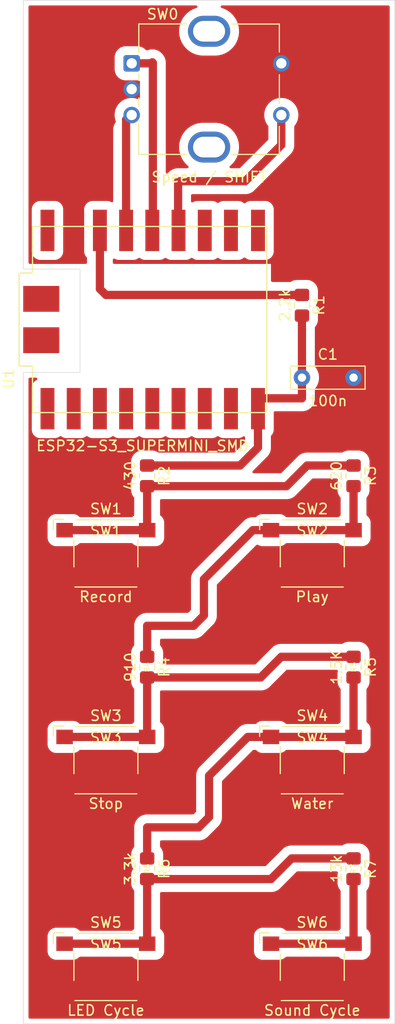
<source format=kicad_pcb>
(kicad_pcb (version 20241229) (generator "pcbnew") (generator_version "9.0")
  (layers (0 "F.Cu" signal) (2 "B.Cu" signal) (13 "F.Paste" user) (15 "B.Paste" user) (5 "F.SilkS" user "F.Silkscreen") (7 "B.SilkS" user "B.Silkscreen") (1 "F.Mask" user) (3 "B.Mask" user) (25 "Edge.Cuts" user))
  (net 0 "")
  (net 1 "GND")
  (net 2 "ADC_Buttons")
  (net 3 "+3V3")
  (net 4 "Net-(R2-Pad2)")
  (net 5 "Net-(R3-Pad2)")
  (net 6 "ENC_2")
  (net 7 "ENC_1")
  (net 8 "Net-(R4-Pad2)")
  (net 10 "Net-(R5-Pad2)")
  (net 22 "Net-(R6-Pad2)")
  (net 23 "Net-(R7-Pad2)")
  (net 26 "Net-(U1-GPIO11)")
  (footprint "Resistor_SMD:R_0805_2012Metric_Pad1.20x1.40mm_HandSolder" (layer "F.Cu") (at 87.5 104.5 -90)
    (property "Reference" "R5" (at 0 -1.65 90) (layer "F.SilkS"))
    (property "Value" "1.5K" (at 0 1.65 90) (layer "F.SilkS"))
    (fp_line (start -0.227064 0.735) (end 0.227064 0.735) (stroke (width 0.12)) (layer "F.SilkS"))
    (fp_line (start -0.227064 -0.735) (end 0.227064 -0.735) (stroke (width 0.12)) (layer "F.SilkS"))
    (fp_text user "${REFERENCE}" (at 0 0 90) (layer "F.SilkS") (effects (font (size 0.5 0.5) (thickness 0.08))))
    (pad "1" smd roundrect (at -1 0 270) (size 1.2 1.4) (layers "F.Cu" "F.Mask" "F.Paste") (roundrect_rratio 0.208333) (net 8 "Net-(R4-Pad2)"))
    (pad "2" smd roundrect (at 1 0 270) (size 1.2 1.4) (layers "F.Cu" "F.Mask" "F.Paste") (roundrect_rratio 0.208333) (net 10 "Net-(R5-Pad2)"))
  )
  (footprint "Resistor_SMD:R_0805_2012Metric_Pad1.20x1.40mm_HandSolder" (layer "F.Cu") (at 87.5 86 -90)
    (property "Reference" "R3" (at 0 -1.65 90) (layer "F.SilkS"))
    (property "Value" "620" (at 0 1.65 90) (layer "F.SilkS"))
    (fp_line (start -0.227064 0.735) (end 0.227064 0.735) (stroke (width 0.12)) (layer "F.SilkS"))
    (fp_line (start -0.227064 -0.735) (end 0.227064 -0.735) (stroke (width 0.12)) (layer "F.SilkS"))
    (pad "1" smd roundrect (at -1 0 270) (size 1.2 1.4) (layers "F.Cu" "F.Mask" "F.Paste") (roundrect_rratio 0.208333) (net 4 "Net-(R2-Pad2)"))
    (pad "2" smd roundrect (at 1 0 270) (size 1.2 1.4) (layers "F.Cu" "F.Mask" "F.Paste") (roundrect_rratio 0.208333) (net 5 "Net-(R3-Pad2)"))
  )
  (footprint "Resistor_SMD:R_0805_2012Metric_Pad1.20x1.40mm_HandSolder" (layer "F.Cu") (at 82.5 69.5 -90)
    (property "Reference" "R1" (at 0 -1.65 270) (layer "F.SilkS"))
    (property "Value" "2,2k" (at 0 1.65 270) (layer "F.SilkS"))
    (fp_line (start -0.227064 0.735) (end 0.227064 0.735) (stroke (width 0.12)) (layer "F.SilkS"))
    (fp_line (start -0.227064 -0.735) (end 0.227064 -0.735) (stroke (width 0.12)) (layer "F.SilkS"))
    (pad "1" smd roundrect (at -1 0 270) (size 1.2 1.4) (layers "F.Cu" "F.Mask" "F.Paste") (roundrect_rratio 0.208333) (net 3 "+3V3"))
    (pad "2" smd roundrect (at 1 0 270) (size 1.2 1.4) (layers "F.Cu" "F.Mask" "F.Paste") (roundrect_rratio 0.208333) (net 2 "ADC_Buttons"))
  )
  (footprint "Button_Switch_SMD:SW_SPST_Omron_B3FS-101xP" (layer "F.Cu") (at 63.5 113.5)
    (property "Reference" "SW3" (at 0 -4.3 0) (layer "F.SilkS"))
    (property "Value" "Stop" (at 0 4.2 0) (layer "F.SilkS"))
    (fp_line (start -5.1 -3.3) (end -4.1 -3.3) (stroke (width 0.12)) (layer "F.SilkS"))
    (fp_line (start -5.1 -2.3) (end -5.1 -3.3) (stroke (width 0.12)) (layer "F.SilkS"))
    (fp_line (start -3.1 -1.3) (end -3.1 1.3) (stroke (width 0.12)) (layer "F.SilkS"))
    (fp_line (start 2.9 -3.25) (end -2.9 -3.25) (stroke (width 0.12)) (layer "F.SilkS"))
    (fp_line (start 3 3.25) (end -3 3.25) (stroke (width 0.12)) (layer "F.SilkS"))
    (fp_line (start 3.1 -1.3) (end 3.1 1.3) (stroke (width 0.12)) (layer "F.SilkS"))
    (fp_text user "${REFERENCE}" (at 0 -2.2 0) (layer "F.SilkS"))
    (pad "1" smd rect (at -4 -2.25 180) (size 1.6 1.4) (layers "F.Cu" "F.Mask" "F.Paste") (net 8 "Net-(R4-Pad2)"))
    (pad "1" smd rect (at 4 -2.25 180) (size 1.6 1.4) (layers "F.Cu" "F.Mask" "F.Paste") (net 8 "Net-(R4-Pad2)"))
    (pad "2" smd rect (at -4 2.25 180) (size 1.6 1.4) (layers "F.Cu" "F.Mask" "F.Paste") (net 1 "GND"))
    (pad "2" smd rect (at 4 2.25 180) (size 1.6 1.4) (layers "F.Cu" "F.Mask" "F.Paste") (net 1 "GND"))
  )
  (footprint "ESP32-S3_SUPERMINI_SMD:MODULE_ESP32-S3_SUPERMINI_SMD" (layer "F.Cu") (at 67.74 70.88 90)
    (property "Reference" "U1" (at -5.715 -13.6525 90) (layer "F.SilkS"))
    (property "Value" "ESP32-S3_SUPERMINI_SMD" (at -12.22 -0.69 180) (layer "F.SilkS"))
    (fp_line (start 4.5 -12.65) (end -4.5 -12.65) (stroke (width 0.127)) (layer "F.SilkS"))
    (fp_line (start 4.5 -12.65) (end 4.5 -11.35) (stroke (width 0.127)) (layer "F.SilkS"))
    (fp_line (start -4.5 -12.65) (end -4.5 -11.35) (stroke (width 0.127)) (layer "F.SilkS"))
    (fp_line (start 9 -11.35) (end 4.5 -11.35) (stroke (width 0.127)) (layer "F.SilkS"))
    (fp_line (start -4.5 -11.35) (end -9 -11.35) (stroke (width 0.127)) (layer "F.SilkS"))
    (fp_line (start 9 11.35) (end 9 -11.35) (stroke (width 0.127)) (layer "F.SilkS"))
    (fp_line (start 9 11.35) (end -9 11.35) (stroke (width 0.127)) (layer "F.SilkS"))
    (fp_line (start -9 11.35) (end -9 -11.35) (stroke (width 0.127)) (layer "F.SilkS"))
    (pad "3.3V" smd rect (at 7.62 -4.82 90) (size 4 1.348) (drill (offset 1 0)) (layers "F.Cu" "F.Mask" "F.Paste") (net 3 "+3V3"))
    (pad "5V" smd rect (at 7.62 -9.9 90) (size 4 1.348) (drill (offset 1 0)) (layers "F.Cu" "F.Mask" "F.Paste"))
    (pad "B+" smd rect (at 2 -10.5 90) (size 2.5 3.5) (layers "F.Cu" "F.Mask" "F.Paste"))
    (pad "B-" smd rect (at -2 -10.5 90) (size 2.5 3.5) (layers "F.Cu" "F.Mask" "F.Paste"))
    (pad "GND" smd rect (at 7.62 -7.36 90) (size 4 1.348) (drill (offset 1 0)) (layers "F.Cu" "F.Mask" "F.Paste") (net 1 "GND"))
    (pad "GP1" smd rect (at -7.62 -4.82 90) (size 4 1.348) (drill (offset -1 0)) (layers "F.Cu" "F.Mask" "F.Paste"))
    (pad "GP2" smd rect (at -7.62 -2.28 90) (size 4 1.348) (drill (offset -1 0)) (layers "F.Cu" "F.Mask" "F.Paste"))
    (pad "GP3" smd rect (at -7.62 0.26 90) (size 4 1.348) (drill (offset -1 0)) (layers "F.Cu" "F.Mask" "F.Paste"))
    (pad "GP4" smd rect (at -7.62 2.8 90) (size 4 1.348) (drill (offset -1 0)) (layers "F.Cu" "F.Mask" "F.Paste"))
    (pad "GP5" smd rect (at -7.62 5.34 90) (size 4 1.348) (drill (offset -1 0)) (layers "F.Cu" "F.Mask" "F.Paste"))
    (pad "GP6" smd rect (at -7.62 7.88 90) (size 4 1.348) (drill (offset -1 0)) (layers "F.Cu" "F.Mask" "F.Paste"))
    (pad "GP7" smd rect (at -7.62 10.5 90) (size 4 1.348) (drill (offset -1 0)) (layers "F.Cu" "F.Mask" "F.Paste") (net 2 "ADC_Buttons"))
    (pad "GP8" smd rect (at 7.62 10.5 90) (size 4 1.348) (drill (offset 1 0)) (layers "F.Cu" "F.Mask" "F.Paste"))
    (pad "GP9" smd rect (at 7.62 7.88 90) (size 4 1.348) (drill (offset 1 0)) (layers "F.Cu" "F.Mask" "F.Paste"))
    (pad "GP10" smd rect (at 7.62 5.34 90) (size 4 1.348) (drill (offset 1 0)) (layers "F.Cu" "F.Mask" "F.Paste"))
    (pad "GP11" smd rect (at 7.62 2.8 90) (size 4 1.348) (drill (offset 1 0)) (layers "F.Cu" "F.Mask" "F.Paste") (net 26 "Net-(U1-GPIO11)"))
    (pad "GP12" smd rect (at 7.62 0.26 90) (size 4 1.348) (drill (offset 1 0)) (layers "F.Cu" "F.Mask" "F.Paste") (net 7 "ENC_1"))
    (pad "GP13" smd rect (at 7.62 -2.28 90) (size 4 1.348) (drill (offset 1 0)) (layers "F.Cu" "F.Mask" "F.Paste") (net 6 "ENC_2"))
    (pad "RX" smd rect (at -7.62 -7.36 90) (size 4 1.348) (drill (offset -1 0)) (layers "F.Cu" "F.Mask" "F.Paste"))
    (pad "TX" smd rect (at -7.62 -9.9 90) (size 4 1.348) (drill (offset -1 0)) (layers "F.Cu" "F.Mask" "F.Paste"))
  )
  (footprint "Button_Switch_SMD:SW_SPST_Omron_B3FS-101xP" (layer "F.Cu") (at 63.5 93.5)
    (property "Reference" "SW1" (at 0 -4.3 0) (layer "F.SilkS"))
    (property "Value" "Record" (at 0 4.2 0) (layer "F.SilkS"))
    (fp_line (start -5.1 -3.3) (end -4.1 -3.3) (stroke (width 0.12)) (layer "F.SilkS"))
    (fp_line (start -5.1 -2.3) (end -5.1 -3.3) (stroke (width 0.12)) (layer "F.SilkS"))
    (fp_line (start -3.1 -1.3) (end -3.1 1.3) (stroke (width 0.12)) (layer "F.SilkS"))
    (fp_line (start 2.9 -3.25) (end -2.9 -3.25) (stroke (width 0.12)) (layer "F.SilkS"))
    (fp_line (start 3 3.25) (end -3 3.25) (stroke (width 0.12)) (layer "F.SilkS"))
    (fp_line (start 3.1 -1.3) (end 3.1 1.3) (stroke (width 0.12)) (layer "F.SilkS"))
    (fp_text user "${REFERENCE}" (at 0 -2.2 0) (layer "F.SilkS"))
    (pad "1" smd rect (at -4 -2.25 180) (size 1.6 1.4) (layers "F.Cu" "F.Mask" "F.Paste") (net 4 "Net-(R2-Pad2)"))
    (pad "1" smd rect (at 4 -2.25 180) (size 1.6 1.4) (layers "F.Cu" "F.Mask" "F.Paste") (net 4 "Net-(R2-Pad2)"))
    (pad "2" smd rect (at -4 2.25 180) (size 1.6 1.4) (layers "F.Cu" "F.Mask" "F.Paste") (net 1 "GND"))
    (pad "2" smd rect (at 4 2.25 180) (size 1.6 1.4) (layers "F.Cu" "F.Mask" "F.Paste") (net 1 "GND"))
  )
  (footprint "Rotary_Encoder:RotaryEncoder_Bourns_Vertical_PEC12R-3x17F-Sxxxx" (layer "F.Cu") (at 66 46.1)
    (property "Reference" "SW0" (at 3 -4.75 0) (layer "F.SilkS"))
    (property "Value" "Speed / SHIFT" (at 7.5 11 0) (layer "F.SilkS"))
    (fp_line (start 0.69 -3.81) (end 5.3 -3.81) (stroke (width 0.12)) (layer "F.SilkS"))
    (fp_line (start 0.69 -1.05) (end 0.69 -3.81) (stroke (width 0.12)) (layer "F.SilkS"))
    (fp_line (start 0.69 1.05) (end 0.69 1.65) (stroke (width 0.12)) (layer "F.SilkS"))
    (fp_line (start 0.69 3.35) (end 0.69 4.15) (stroke (width 0.12)) (layer "F.SilkS"))
    (fp_line (start 0.69 5.85) (end 0.69 8.81) (stroke (width 0.12)) (layer "F.SilkS"))
    (fp_line (start 5.3 8.81) (end 0.69 8.81) (stroke (width 0.12)) (layer "F.SilkS"))
    (fp_line (start 9.7 -3.8) (end 14.31 -3.8) (stroke (width 0.12)) (layer "F.SilkS"))
    (fp_line (start 14.31 -3.8) (end 14.31 -1.1) (stroke (width 0.12)) (layer "F.SilkS"))
    (fp_line (start 14.31 1.1) (end 14.31 3.9) (stroke (width 0.12)) (layer "F.SilkS"))
    (fp_line (start 14.31 6.1) (end 14.31 8.81) (stroke (width 0.12)) (layer "F.SilkS"))
    (fp_line (start 14.31 8.81) (end 9.7 8.81) (stroke (width 0.12)) (layer "F.SilkS"))
    (pad "A" thru_hole roundrect (at 0 0) (size 1.6 1.6) (drill 1) (layers "*.Cu" "*.Mask") (roundrect_rratio 0.15625) (net 7 "ENC_1"))
    (pad "B" thru_hole circle (at 0 5) (size 1.6 1.6) (drill 1) (layers "*.Cu" "*.Mask") (net 6 "ENC_2"))
    (pad "C" thru_hole circle (at 0 2.5) (size 1.6 1.6) (drill 1) (layers "*.Cu" "*.Mask") (net 1 "GND"))
    (pad "S1" thru_hole circle (at 14.5 0) (size 1.6 1.6) (drill 1) (layers "*.Cu" "*.Mask") (net 1 "GND"))
    (pad "S2" thru_hole circle (at 14.5 5) (size 1.6 1.6) (drill 1) (layers "*.Cu" "*.Mask") (net 26 "Net-(U1-GPIO11)"))
    (pad "SH" thru_hole oval (at 7.5 -3.1) (size 4.1 3) (drill oval 3.1 2) (layers "*.Cu" "*.Mask"))
    (pad "SH" thru_hole oval (at 7.5 8.1) (size 4.1 3) (drill oval 3.1 2) (layers "*.Cu" "*.Mask"))
  )
  (footprint "Capacitor_THT:C_Rect_L7.0mm_W2.0mm_P5.00mm" (layer "F.Cu") (at 82.5 76.5)
    (property "Reference" "C1" (at 2.5 -2.25 0) (layer "F.SilkS"))
    (property "Value" "100n" (at 2.5 2.25 0) (layer "F.SilkS"))
    (fp_line (start -1.12 -1.12) (end -1.12 1.12) (stroke (width 0.12)) (layer "F.SilkS"))
    (fp_line (start -1.12 -1.12) (end 6.12 -1.12) (stroke (width 0.12)) (layer "F.SilkS"))
    (fp_line (start -1.12 1.12) (end 6.12 1.12) (stroke (width 0.12)) (layer "F.SilkS"))
    (fp_line (start 6.12 -1.12) (end 6.12 1.12) (stroke (width 0.12)) (layer "F.SilkS"))
    (pad "1" thru_hole circle (at 0 0) (size 1.6 1.6) (drill 0.8) (layers "*.Cu" "*.Mask") (net 2 "ADC_Buttons"))
    (pad "2" thru_hole circle (at 5 0) (size 1.6 1.6) (drill 0.8) (layers "*.Cu" "*.Mask") (net 1 "GND"))
  )
  (footprint "Button_Switch_SMD:SW_SPST_Omron_B3FS-101xP" (layer "F.Cu") (at 83.5 93.5)
    (property "Reference" "SW2" (at 0 -4.3 0) (layer "F.SilkS"))
    (property "Value" "Play" (at 0 4.2 0) (layer "F.SilkS"))
    (fp_line (start -5.1 -3.3) (end -4.1 -3.3) (stroke (width 0.12)) (layer "F.SilkS"))
    (fp_line (start -5.1 -2.3) (end -5.1 -3.3) (stroke (width 0.12)) (layer "F.SilkS"))
    (fp_line (start -3.1 -1.3) (end -3.1 1.3) (stroke (width 0.12)) (layer "F.SilkS"))
    (fp_line (start 2.9 -3.25) (end -2.9 -3.25) (stroke (width 0.12)) (layer "F.SilkS"))
    (fp_line (start 3 3.25) (end -3 3.25) (stroke (width 0.12)) (layer "F.SilkS"))
    (fp_line (start 3.1 -1.3) (end 3.1 1.3) (stroke (width 0.12)) (layer "F.SilkS"))
    (fp_text user "${REFERENCE}" (at 0 -2.2 0) (layer "F.SilkS"))
    (pad "1" smd rect (at -4 -2.25 180) (size 1.6 1.4) (layers "F.Cu" "F.Mask" "F.Paste") (net 5 "Net-(R3-Pad2)"))
    (pad "1" smd rect (at 4 -2.25 180) (size 1.6 1.4) (layers "F.Cu" "F.Mask" "F.Paste") (net 5 "Net-(R3-Pad2)"))
    (pad "2" smd rect (at -4 2.25 180) (size 1.6 1.4) (layers "F.Cu" "F.Mask" "F.Paste") (net 1 "GND"))
    (pad "2" smd rect (at 4 2.25 180) (size 1.6 1.4) (layers "F.Cu" "F.Mask" "F.Paste") (net 1 "GND"))
  )
  (footprint "Resistor_SMD:R_0805_2012Metric_Pad1.20x1.40mm_HandSolder" (layer "F.Cu") (at 67.5 86 -90)
    (property "Reference" "R2" (at 0 -1.65 90) (layer "F.SilkS"))
    (property "Value" "430" (at 0 1.65 90) (layer "F.SilkS"))
    (fp_line (start -0.227064 0.735) (end 0.227064 0.735) (stroke (width 0.12)) (layer "F.SilkS"))
    (fp_line (start -0.227064 -0.735) (end 0.227064 -0.735) (stroke (width 0.12)) (layer "F.SilkS"))
    (pad "1" smd roundrect (at -1 0 270) (size 1.2 1.4) (layers "F.Cu" "F.Mask" "F.Paste") (roundrect_rratio 0.208333) (net 2 "ADC_Buttons"))
    (pad "2" smd roundrect (at 1 0 270) (size 1.2 1.4) (layers "F.Cu" "F.Mask" "F.Paste") (roundrect_rratio 0.208333) (net 4 "Net-(R2-Pad2)"))
  )
  (footprint "Resistor_SMD:R_0805_2012Metric_Pad1.20x1.40mm_HandSolder" (layer "F.Cu") (at 67.5 124 -90)
    (property "Reference" "R6" (at 0 -1.65 90) (layer "F.SilkS"))
    (property "Value" "3.3k" (at 0 1.65 90) (layer "F.SilkS"))
    (fp_line (start -0.227064 0.735) (end 0.227064 0.735) (stroke (width 0.12)) (layer "F.SilkS"))
    (fp_line (start -0.227064 -0.735) (end 0.227064 -0.735) (stroke (width 0.12)) (layer "F.SilkS"))
    (fp_text user "${REFERENCE}" (at 0 0 90) (layer "F.SilkS") (effects (font (size 0.5 0.5) (thickness 0.08))))
    (pad "1" smd roundrect (at -1 0 270) (size 1.2 1.4) (layers "F.Cu" "F.Mask" "F.Paste") (roundrect_rratio 0.208333) (net 10 "Net-(R5-Pad2)"))
    (pad "2" smd roundrect (at 1 0 270) (size 1.2 1.4) (layers "F.Cu" "F.Mask" "F.Paste") (roundrect_rratio 0.208333) (net 22 "Net-(R6-Pad2)"))
  )
  (footprint "Resistor_SMD:R_0805_2012Metric_Pad1.20x1.40mm_HandSolder" (layer "F.Cu") (at 67.5 104.5 -90)
    (property "Reference" "R4" (at 0 -1.65 90) (layer "F.SilkS"))
    (property "Value" "910" (at 0 1.65 90) (layer "F.SilkS"))
    (fp_line (start -0.227064 0.735) (end 0.227064 0.735) (stroke (width 0.12)) (layer "F.SilkS"))
    (fp_line (start -0.227064 -0.735) (end 0.227064 -0.735) (stroke (width 0.12)) (layer "F.SilkS"))
    (fp_text user "${REFERENCE}" (at 0 0 90) (layer "F.SilkS") (effects (font (size 0.5 0.5) (thickness 0.08))))
    (pad "1" smd roundrect (at -1 0 270) (size 1.2 1.4) (layers "F.Cu" "F.Mask" "F.Paste") (roundrect_rratio 0.208333) (net 5 "Net-(R3-Pad2)"))
    (pad "2" smd roundrect (at 1 0 270) (size 1.2 1.4) (layers "F.Cu" "F.Mask" "F.Paste") (roundrect_rratio 0.208333) (net 8 "Net-(R4-Pad2)"))
  )
  (footprint "Button_Switch_SMD:SW_SPST_Omron_B3FS-101xP" (layer "F.Cu") (at 83.5 113.5)
    (property "Reference" "SW4" (at 0 -4.3 0) (layer "F.SilkS"))
    (property "Value" "Water" (at 0 4.2 0) (layer "F.SilkS"))
    (fp_line (start -5.1 -3.3) (end -4.1 -3.3) (stroke (width 0.12)) (layer "F.SilkS"))
    (fp_line (start -5.1 -2.3) (end -5.1 -3.3) (stroke (width 0.12)) (layer "F.SilkS"))
    (fp_line (start -3.1 -1.3) (end -3.1 1.3) (stroke (width 0.12)) (layer "F.SilkS"))
    (fp_line (start 2.9 -3.25) (end -2.9 -3.25) (stroke (width 0.12)) (layer "F.SilkS"))
    (fp_line (start 3 3.25) (end -3 3.25) (stroke (width 0.12)) (layer "F.SilkS"))
    (fp_line (start 3.1 -1.3) (end 3.1 1.3) (stroke (width 0.12)) (layer "F.SilkS"))
    (fp_text user "${REFERENCE}" (at 0 -2.2 0) (layer "F.SilkS"))
    (pad "1" smd rect (at -4 -2.25 180) (size 1.6 1.4) (layers "F.Cu" "F.Mask" "F.Paste") (net 10 "Net-(R5-Pad2)"))
    (pad "1" smd rect (at 4 -2.25 180) (size 1.6 1.4) (layers "F.Cu" "F.Mask" "F.Paste") (net 10 "Net-(R5-Pad2)"))
    (pad "2" smd rect (at -4 2.25 180) (size 1.6 1.4) (layers "F.Cu" "F.Mask" "F.Paste") (net 1 "GND"))
    (pad "2" smd rect (at 4 2.25 180) (size 1.6 1.4) (layers "F.Cu" "F.Mask" "F.Paste") (net 1 "GND"))
  )
  (footprint "Button_Switch_SMD:SW_SPST_Omron_B3FS-101xP" (layer "F.Cu") (at 83.5 133.5)
    (property "Reference" "SW6" (at 0 -4.3 0) (layer "F.SilkS"))
    (property "Value" "Sound Cycle" (at 0 4.2 0) (layer "F.SilkS"))
    (fp_line (start -5.1 -3.3) (end -4.1 -3.3) (stroke (width 0.12)) (layer "F.SilkS"))
    (fp_line (start -5.1 -2.3) (end -5.1 -3.3) (stroke (width 0.12)) (layer "F.SilkS"))
    (fp_line (start -3.1 -1.3) (end -3.1 1.3) (stroke (width 0.12)) (layer "F.SilkS"))
    (fp_line (start 2.9 -3.25) (end -2.9 -3.25) (stroke (width 0.12)) (layer "F.SilkS"))
    (fp_line (start 3 3.25) (end -3 3.25) (stroke (width 0.12)) (layer "F.SilkS"))
    (fp_line (start 3.1 -1.3) (end 3.1 1.3) (stroke (width 0.12)) (layer "F.SilkS"))
    (fp_text user "${REFERENCE}" (at 0 -2.2 0) (layer "F.SilkS"))
    (pad "1" smd rect (at -4 -2.25 180) (size 1.6 1.4) (layers "F.Cu" "F.Mask" "F.Paste") (net 23 "Net-(R7-Pad2)"))
    (pad "1" smd rect (at 4 -2.25 180) (size 1.6 1.4) (layers "F.Cu" "F.Mask" "F.Paste") (net 23 "Net-(R7-Pad2)"))
    (pad "2" smd rect (at -4 2.25 180) (size 1.6 1.4) (layers "F.Cu" "F.Mask" "F.Paste") (net 1 "GND"))
    (pad "2" smd rect (at 4 2.25 180) (size 1.6 1.4) (layers "F.Cu" "F.Mask" "F.Paste") (net 1 "GND"))
  )
  (footprint "Button_Switch_SMD:SW_SPST_Omron_B3FS-101xP" (layer "F.Cu") (at 63.5 133.5)
    (property "Reference" "SW5" (at 0 -4.3 0) (layer "F.SilkS"))
    (property "Value" "LED Cycle" (at 0 4.2 0) (layer "F.SilkS"))
    (fp_line (start -5.1 -3.3) (end -4.1 -3.3) (stroke (width 0.12)) (layer "F.SilkS"))
    (fp_line (start -5.1 -2.3) (end -5.1 -3.3) (stroke (width 0.12)) (layer "F.SilkS"))
    (fp_line (start -3.1 -1.3) (end -3.1 1.3) (stroke (width 0.12)) (layer "F.SilkS"))
    (fp_line (start 2.9 -3.25) (end -2.9 -3.25) (stroke (width 0.12)) (layer "F.SilkS"))
    (fp_line (start 3 3.25) (end -3 3.25) (stroke (width 0.12)) (layer "F.SilkS"))
    (fp_line (start 3.1 -1.3) (end 3.1 1.3) (stroke (width 0.12)) (layer "F.SilkS"))
    (fp_text user "${REFERENCE}" (at 0 -2.2 0) (layer "F.SilkS"))
    (pad "1" smd rect (at -4 -2.25 180) (size 1.6 1.4) (layers "F.Cu" "F.Mask" "F.Paste") (net 22 "Net-(R6-Pad2)"))
    (pad "1" smd rect (at 4 -2.25 180) (size 1.6 1.4) (layers "F.Cu" "F.Mask" "F.Paste") (net 22 "Net-(R6-Pad2)"))
    (pad "2" smd rect (at -4 2.25 180) (size 1.6 1.4) (layers "F.Cu" "F.Mask" "F.Paste") (net 1 "GND"))
    (pad "2" smd rect (at 4 2.25 180) (size 1.6 1.4) (layers "F.Cu" "F.Mask" "F.Paste") (net 1 "GND"))
  )
  (footprint "Resistor_SMD:R_0805_2012Metric_Pad1.20x1.40mm_HandSolder" (layer "F.Cu") (at 87.5 124 -90)
    (property "Reference" "R7" (at 0 -1.65 90) (layer "F.SilkS"))
    (property "Value" "13k" (at 0 1.65 90) (layer "F.SilkS"))
    (fp_line (start -0.227064 0.735) (end 0.227064 0.735) (stroke (width 0.12)) (layer "F.SilkS"))
    (fp_line (start -0.227064 -0.735) (end 0.227064 -0.735) (stroke (width 0.12)) (layer "F.SilkS"))
    (fp_text user "${REFERENCE}" (at 0 0 90) (layer "F.SilkS") (effects (font (size 0.5 0.5) (thickness 0.08))))
    (pad "1" smd roundrect (at -1 0 270) (size 1.2 1.4) (layers "F.Cu" "F.Mask" "F.Paste") (roundrect_rratio 0.208333) (net 22 "Net-(R6-Pad2)"))
    (pad "2" smd roundrect (at 1 0 270) (size 1.2 1.4) (layers "F.Cu" "F.Mask" "F.Paste") (roundrect_rratio 0.208333) (net 23 "Net-(R7-Pad2)"))
  )
  (gr_poly (pts (xy 91.5 40) (xy 91.5 139) (xy 55.5 139) (xy 55.5 76) (xy 61 76) (xy 61 66) (xy 55.5 66) (xy 55.5 40)) (stroke (width 0.05)) (fill no) (layer "Edge.Cuts"))
  (segment (start 82.5 76.5) (end 82.5 78.5) (width 0.8) (layer "F.Cu") (net 2))
  (segment (start 82.5 78.5) (end 78.24 78.5) (width 0.8) (layer "F.Cu") (net 2))
  (segment (start 78.24 83.26) (end 78.24 78.5) (width 0.8) (layer "F.Cu") (net 2))
  (segment (start 82.5 70.5) (end 82.5 76.5) (width 0.8) (layer "F.Cu") (net 2))
  (segment (start 67.5 85) (end 76.5 85) (width 0.8) (layer "F.Cu") (net 2))
  (segment (start 76.5 85) (end 78.24 83.26) (width 0.8) (layer "F.Cu") (net 2))
  (segment (start 62.92 63.26) (end 62.92 67.92) (width 0.8) (layer "F.Cu") (net 3))
  (segment (start 63.5 68.5) (end 82.5 68.5) (width 0.8) (layer "F.Cu") (net 3))
  (segment (start 62.92 67.92) (end 63.5 68.5) (width 0.8) (layer "F.Cu") (net 3))
  (segment (start 81 87) (end 83 85) (width 0.8) (layer "F.Cu") (net 4))
  (segment (start 67.5 87) (end 67.5 91.25) (width 0.8) (layer "F.Cu") (net 4))
  (segment (start 67.5 87) (end 81 87) (width 0.8) (layer "F.Cu") (net 4))
  (segment (start 83 85) (end 87.5 85) (width 0.8) (layer "F.Cu") (net 4))
  (segment (start 67.5 91.25) (end 59.5 91.25) (width 0.8) (layer "F.Cu") (net 4))
  (segment (start 79.5 91.25) (end 77.75 91.25) (width 0.8) (layer "F.Cu") (net 5))
  (segment (start 87.5 87) (end 87.5 91.25) (width 0.8) (layer "F.Cu") (net 5))
  (segment (start 87.5 91.25) (end 79.5 91.25) (width 0.8) (layer "F.Cu") (net 5))
  (segment (start 77.75 91.25) (end 73 96) (width 0.8) (layer "F.Cu") (net 5))
  (segment (start 73 99.5) (end 72 100.5) (width 0.8) (layer "F.Cu") (net 5))
  (segment (start 67.5 100.5) (end 67.5 103.5) (width 0.8) (layer "F.Cu") (net 5))
  (segment (start 72 100.5) (end 67.5 100.5) (width 0.8) (layer "F.Cu") (net 5))
  (segment (start 73 96) (end 73 99.5) (width 0.8) (layer "F.Cu") (net 5))
  (segment (start 65.46 51.54) (end 65.46 63.26) (width 0.8) (layer "F.Cu") (net 6))
  (segment (start 65.9 51.1) (end 65.46 51.54) (width 0.8) (layer "F.Cu") (net 6))
  (segment (start 66 51.1) (end 65.9 51.1) (width 0.8) (layer "F.Cu") (net 6))
  (segment (start 68 46) (end 68.051 46.051) (width 0.8) (layer "F.Cu") (net 7))
  (segment (start 67.9 46.1) (end 68 46) (width 0.8) (layer "F.Cu") (net 7))
  (segment (start 66 46.1) (end 67.9 46.1) (width 0.8) (layer "F.Cu") (net 7))
  (segment (start 68.051 63.209) (end 68 63.26) (width 0.8) (layer "F.Cu") (net 7))
  (segment (start 68.051 46.051) (end 68.051 63.209) (width 0.8) (layer "F.Cu") (net 7))
  (segment (start 67.5 105.5) (end 78.5 105.5) (width 0.8) (layer "F.Cu") (net 8))
  (segment (start 67.5 105.5) (end 67.5 111.25) (width 0.8) (layer "F.Cu") (net 8))
  (segment (start 80.5 103.5) (end 87.5 103.5) (width 0.8) (layer "F.Cu") (net 8))
  (segment (start 78.5 105.5) (end 80.5 103.5) (width 0.8) (layer "F.Cu") (net 8))
  (segment (start 67.5 111.25) (end 59.5 111.25) (width 0.8) (layer "F.Cu") (net 8))
  (segment (start 73.5 115) (end 73.5 119) (width 0.8) (layer "F.Cu") (net 10))
  (segment (start 72.5 120) (end 67.5 120) (width 0.8) (layer "F.Cu") (net 10))
  (segment (start 77.25 111.25) (end 73.5 115) (width 0.8) (layer "F.Cu") (net 10))
  (segment (start 79.5 111.25) (end 77.25 111.25) (width 0.8) (layer "F.Cu") (net 10))
  (segment (start 67.5 120) (end 67.5 123) (width 0.8) (layer "F.Cu") (net 10))
  (segment (start 87.5 105.5) (end 87.5 111.25) (width 0.8) (layer "F.Cu") (net 10))
  (segment (start 73.5 119) (end 72.5 120) (width 0.8) (layer "F.Cu") (net 10))
  (segment (start 87.5 111.25) (end 79.5 111.25) (width 0.8) (layer "F.Cu") (net 10))
  (segment (start 81.5 123) (end 87.5 123) (width 0.8) (layer "F.Cu") (net 22))
  (segment (start 79.5 125) (end 81.5 123) (width 0.8) (layer "F.Cu") (net 22))
  (segment (start 67.5 125) (end 79.5 125) (width 0.8) (layer "F.Cu") (net 22))
  (segment (start 67.5 131.25) (end 59.5 131.25) (width 0.8) (layer "F.Cu") (net 22))
  (segment (start 67.5 125) (end 67.5 131.25) (width 0.8) (layer "F.Cu") (net 22))
  (segment (start 87.5 131.25) (end 79.5 131.25) (width 0.8) (layer "F.Cu") (net 23))
  (segment (start 87.5 125) (end 87.5 131.25) (width 0.8) (layer "F.Cu") (net 23))
  (segment (start 80.5 54) (end 77 57.5) (width 0.8) (layer "F.Cu") (net 26))
  (segment (start 70.5 63.22) (end 70.54 63.26) (width 0.8) (layer "F.Cu") (net 26))
  (segment (start 80.5 51.1) (end 80.5 54) (width 0.8) (layer "F.Cu") (net 26))
  (segment (start 70.5 57.5) (end 70.5 63.22) (width 0.8) (layer "F.Cu") (net 26))
  (segment (start 77 57.5) (end 70.5 57.5) (width 0.8) (layer "F.Cu") (net 26))
  (zone (net 1) (net_name "GND") (layer "F.Cu") (connect_pads yes (clearance 0.5)) (min_thickness 0.25) (fill yes (thermal_gap 0.5) (thermal_bridge_width 0.5))
    (polygon (pts (xy 55.5 40) (xy 91.5 40) (xy 91.5 139) (xy 55.5 139) (xy 55.5 76) (xy 79.5 76) (xy 79.5 65.5) (xy 55.5 65.5)))
  )
)
</source>
